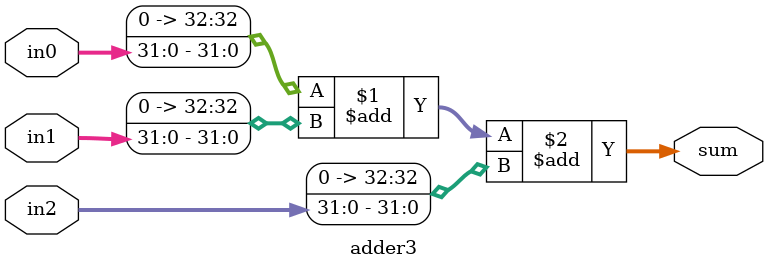
<source format=sv>
module adder3 #(
    parameter integer WIDTH = 32
) (
    input  logic [WIDTH-1:0] in0,
    input  logic [WIDTH-1:0] in1,
    input  logic [WIDTH-1:0] in2,
    output logic [  WIDTH:0] sum
);

  assign sum = {1'b0, in0} + {1'b0, in1} + {1'b0, in2};

endmodule

</source>
